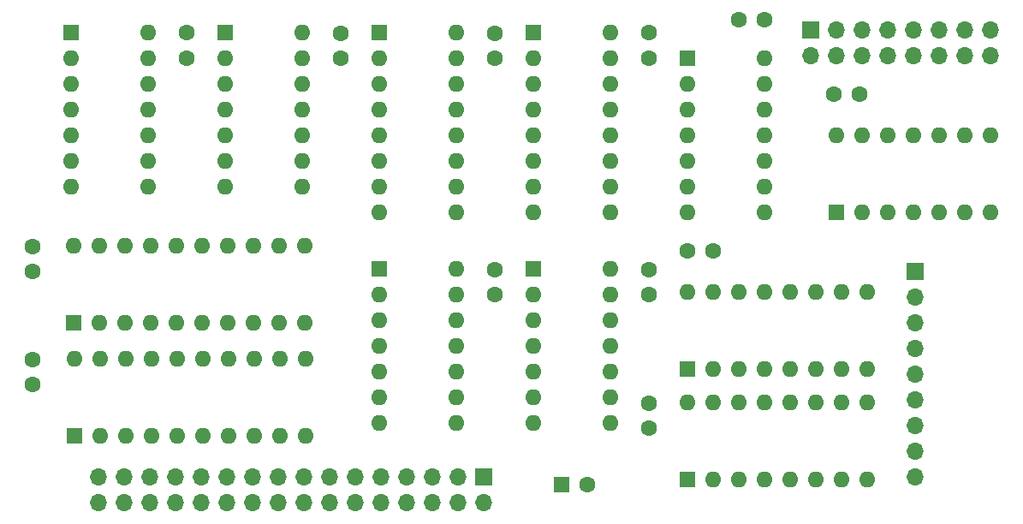
<source format=gbr>
%TF.GenerationSoftware,KiCad,Pcbnew,8.0.5*%
%TF.CreationDate,2024-11-05T14:17:26+01:00*%
%TF.ProjectId,spigate,73706967-6174-4652-9e6b-696361645f70,rev?*%
%TF.SameCoordinates,Original*%
%TF.FileFunction,Soldermask,Bot*%
%TF.FilePolarity,Negative*%
%FSLAX46Y46*%
G04 Gerber Fmt 4.6, Leading zero omitted, Abs format (unit mm)*
G04 Created by KiCad (PCBNEW 8.0.5) date 2024-11-05 14:17:26*
%MOMM*%
%LPD*%
G01*
G04 APERTURE LIST*
%ADD10R,1.700000X1.700000*%
%ADD11O,1.700000X1.700000*%
%ADD12R,1.600000X1.600000*%
%ADD13O,1.600000X1.600000*%
%ADD14C,1.600000*%
G04 APERTURE END LIST*
D10*
%TO.C,J2*%
X147231100Y-112522000D03*
D11*
X147231100Y-115062000D03*
X144691100Y-112522000D03*
X144691100Y-115062000D03*
X142151100Y-112522000D03*
X142151100Y-115062000D03*
X139611100Y-112522000D03*
X139611100Y-115062000D03*
X137071100Y-112522000D03*
X137071100Y-115062000D03*
X134531100Y-112522000D03*
X134531100Y-115062000D03*
X131991100Y-112522000D03*
X131991100Y-115062000D03*
X129451100Y-112522000D03*
X129451100Y-115062000D03*
X126911100Y-112522000D03*
X126911100Y-115062000D03*
X124371100Y-112522000D03*
X124371100Y-115062000D03*
X121831100Y-112522000D03*
X121831100Y-115062000D03*
X119291100Y-112522000D03*
X119291100Y-115062000D03*
X116751100Y-112522000D03*
X116751100Y-115062000D03*
X114211100Y-112522000D03*
X114211100Y-115062000D03*
X111671100Y-112522000D03*
X111671100Y-115062000D03*
X109131100Y-112522000D03*
X109131100Y-115062000D03*
%TD*%
D12*
%TO.C,U9*%
X106426000Y-68580000D03*
D13*
X106426000Y-71120000D03*
X106426000Y-73660000D03*
X106426000Y-76200000D03*
X106426000Y-78740000D03*
X106426000Y-81280000D03*
X106426000Y-83820000D03*
X114046000Y-83820000D03*
X114046000Y-81280000D03*
X114046000Y-78740000D03*
X114046000Y-76200000D03*
X114046000Y-73660000D03*
X114046000Y-71120000D03*
X114046000Y-68580000D03*
%TD*%
D12*
%TO.C,U4*%
X136906000Y-91948000D03*
D13*
X136906000Y-94488000D03*
X136906000Y-97028000D03*
X136906000Y-99568000D03*
X136906000Y-102108000D03*
X136906000Y-104648000D03*
X136906000Y-107188000D03*
X144526000Y-107188000D03*
X144526000Y-104648000D03*
X144526000Y-102108000D03*
X144526000Y-99568000D03*
X144526000Y-97028000D03*
X144526000Y-94488000D03*
X144526000Y-91948000D03*
%TD*%
D12*
%TO.C,U7*%
X167376000Y-112776000D03*
D13*
X169916000Y-112776000D03*
X172456000Y-112776000D03*
X174996000Y-112776000D03*
X177536000Y-112776000D03*
X180076000Y-112776000D03*
X182616000Y-112776000D03*
X185156000Y-112776000D03*
X185156000Y-105156000D03*
X182616000Y-105156000D03*
X180076000Y-105156000D03*
X177536000Y-105156000D03*
X174996000Y-105156000D03*
X172456000Y-105156000D03*
X169916000Y-105156000D03*
X167376000Y-105156000D03*
%TD*%
D12*
%TO.C,U8*%
X167376000Y-71115000D03*
D13*
X167376000Y-73655000D03*
X167376000Y-76195000D03*
X167376000Y-78735000D03*
X167376000Y-81275000D03*
X167376000Y-83815000D03*
X167376000Y-86355000D03*
X174996000Y-86355000D03*
X174996000Y-83815000D03*
X174996000Y-81275000D03*
X174996000Y-78735000D03*
X174996000Y-76195000D03*
X174996000Y-73655000D03*
X174996000Y-71115000D03*
%TD*%
D12*
%TO.C,U6*%
X167376000Y-101803200D03*
D13*
X169916000Y-101803200D03*
X172456000Y-101803200D03*
X174996000Y-101803200D03*
X177536000Y-101803200D03*
X180076000Y-101803200D03*
X182616000Y-101803200D03*
X185156000Y-101803200D03*
X185156000Y-94183200D03*
X182616000Y-94183200D03*
X180076000Y-94183200D03*
X177536000Y-94183200D03*
X174996000Y-94183200D03*
X172456000Y-94183200D03*
X169916000Y-94183200D03*
X167376000Y-94183200D03*
%TD*%
D12*
%TO.C,U12*%
X106685000Y-97282000D03*
D13*
X109225000Y-97282000D03*
X111765000Y-97282000D03*
X114305000Y-97282000D03*
X116845000Y-97282000D03*
X119385000Y-97282000D03*
X121925000Y-97282000D03*
X124465000Y-97282000D03*
X127005000Y-97282000D03*
X129545000Y-97282000D03*
X129545000Y-89662000D03*
X127005000Y-89662000D03*
X124465000Y-89662000D03*
X121925000Y-89662000D03*
X119385000Y-89662000D03*
X116845000Y-89662000D03*
X114305000Y-89662000D03*
X111765000Y-89662000D03*
X109225000Y-89662000D03*
X106685000Y-89662000D03*
%TD*%
D12*
%TO.C,U11*%
X106735800Y-108417360D03*
D13*
X109275800Y-108417360D03*
X111815800Y-108417360D03*
X114355800Y-108417360D03*
X116895800Y-108417360D03*
X119435800Y-108417360D03*
X121975800Y-108417360D03*
X124515800Y-108417360D03*
X127055800Y-108417360D03*
X129595800Y-108417360D03*
X129595800Y-100797360D03*
X127055800Y-100797360D03*
X124515800Y-100797360D03*
X121975800Y-100797360D03*
X119435800Y-100797360D03*
X116895800Y-100797360D03*
X114355800Y-100797360D03*
X111815800Y-100797360D03*
X109275800Y-100797360D03*
X106735800Y-100797360D03*
%TD*%
D12*
%TO.C,U3*%
X136896000Y-68570000D03*
D13*
X136896000Y-71110000D03*
X136896000Y-73650000D03*
X136896000Y-76190000D03*
X136896000Y-78730000D03*
X136896000Y-81270000D03*
X136896000Y-83810000D03*
X136896000Y-86350000D03*
X144516000Y-86350000D03*
X144516000Y-83810000D03*
X144516000Y-81270000D03*
X144516000Y-78730000D03*
X144516000Y-76190000D03*
X144516000Y-73650000D03*
X144516000Y-71110000D03*
X144516000Y-68570000D03*
%TD*%
D12*
%TO.C,U10*%
X152136000Y-68570000D03*
D13*
X152136000Y-71110000D03*
X152136000Y-73650000D03*
X152136000Y-76190000D03*
X152136000Y-78730000D03*
X152136000Y-81270000D03*
X152136000Y-83810000D03*
X152136000Y-86350000D03*
X159756000Y-86350000D03*
X159756000Y-83810000D03*
X159756000Y-81270000D03*
X159756000Y-78730000D03*
X159756000Y-76190000D03*
X159756000Y-73650000D03*
X159756000Y-71110000D03*
X159756000Y-68570000D03*
%TD*%
D10*
%TO.C,J5*%
X179578000Y-68326000D03*
D11*
X179578000Y-70866000D03*
X182118000Y-68326000D03*
X182118000Y-70866000D03*
X184658000Y-68326000D03*
X184658000Y-70866000D03*
X187198000Y-68326000D03*
X187198000Y-70866000D03*
X189738000Y-68326000D03*
X189738000Y-70866000D03*
X192278000Y-68326000D03*
X192278000Y-70866000D03*
X194818000Y-68326000D03*
X194818000Y-70866000D03*
X197358000Y-68326000D03*
X197358000Y-70866000D03*
%TD*%
D14*
%TO.C,C5*%
X172486000Y-67310000D03*
X174986000Y-67310000D03*
%TD*%
%TO.C,C4*%
X163566000Y-71080000D03*
X163566000Y-68580000D03*
%TD*%
%TO.C,C11*%
X167406000Y-90170000D03*
X169906000Y-90170000D03*
%TD*%
D12*
%TO.C,U5*%
X152146000Y-91953000D03*
D13*
X152146000Y-94493000D03*
X152146000Y-97033000D03*
X152146000Y-99573000D03*
X152146000Y-102113000D03*
X152146000Y-104653000D03*
X152146000Y-107193000D03*
X159766000Y-107193000D03*
X159766000Y-104653000D03*
X159766000Y-102113000D03*
X159766000Y-99573000D03*
X159766000Y-97033000D03*
X159766000Y-94493000D03*
X159766000Y-91953000D03*
%TD*%
D12*
%TO.C,U1*%
X182118000Y-86360000D03*
D13*
X184658000Y-86360000D03*
X187198000Y-86360000D03*
X189738000Y-86360000D03*
X192278000Y-86360000D03*
X194818000Y-86360000D03*
X197358000Y-86360000D03*
X197358000Y-78740000D03*
X194818000Y-78740000D03*
X192278000Y-78740000D03*
X189738000Y-78740000D03*
X187198000Y-78740000D03*
X184658000Y-78740000D03*
X182118000Y-78740000D03*
%TD*%
D12*
%TO.C,C13*%
X154980000Y-113284000D03*
D14*
X157480000Y-113284000D03*
%TD*%
%TO.C,C12*%
X163576000Y-107676000D03*
X163576000Y-105176000D03*
%TD*%
%TO.C,C10*%
X163576000Y-94468000D03*
X163576000Y-91968000D03*
%TD*%
%TO.C,C2*%
X133086000Y-71100000D03*
X133086000Y-68600000D03*
%TD*%
%TO.C,C6*%
X181884000Y-74676000D03*
X184384000Y-74676000D03*
%TD*%
%TO.C,C9*%
X148336000Y-94468000D03*
X148336000Y-91968000D03*
%TD*%
D12*
%TO.C,U2*%
X121666000Y-68575000D03*
D13*
X121666000Y-71115000D03*
X121666000Y-73655000D03*
X121666000Y-76195000D03*
X121666000Y-78735000D03*
X121666000Y-81275000D03*
X121666000Y-83815000D03*
X129286000Y-83815000D03*
X129286000Y-81275000D03*
X129286000Y-78735000D03*
X129286000Y-76195000D03*
X129286000Y-73655000D03*
X129286000Y-71115000D03*
X129286000Y-68575000D03*
%TD*%
D14*
%TO.C,C1*%
X117856000Y-71080000D03*
X117856000Y-68580000D03*
%TD*%
%TO.C,C3*%
X148326000Y-71100000D03*
X148326000Y-68600000D03*
%TD*%
%TO.C,C8*%
X102616000Y-103358000D03*
X102616000Y-100858000D03*
%TD*%
%TO.C,C7*%
X102616000Y-92182000D03*
X102616000Y-89682000D03*
%TD*%
D10*
%TO.C,J1*%
X189910000Y-92162000D03*
D11*
X189910000Y-94702000D03*
X189910000Y-97242000D03*
X189910000Y-99782000D03*
X189910000Y-102322000D03*
X189910000Y-104862000D03*
X189910000Y-107402000D03*
X189910000Y-109942000D03*
X189910000Y-112482000D03*
%TD*%
M02*

</source>
